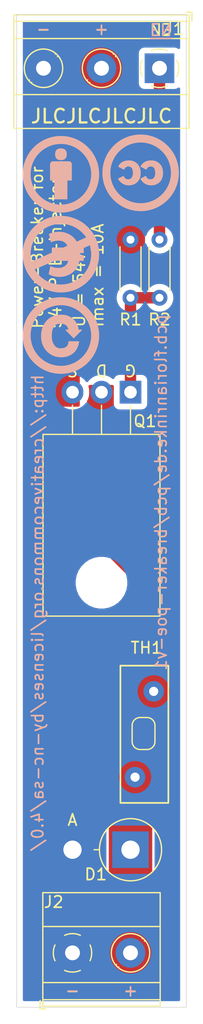
<source format=kicad_pcb>
(kicad_pcb (version 20171130) (host pcbnew 5.1.10)

  (general
    (thickness 1.6)
    (drawings 22)
    (tracks 18)
    (zones 0)
    (modules 12)
    (nets 7)
  )

  (page A4)
  (title_block
    (title "PoE-Breaker HighSide 2Layer")
    (date 2021-07-04)
    (rev 1)
    (company "Florian Rinke")
    (comment 1 pcb.florianrinke.de/pcb/breaker-poe-v1)
    (comment 2 "Attribution-NonCommercial-ShareAlike 4.0 International")
    (comment 3 http://creativecommons.org/licenses/by-nc-sa/4.0/)
  )

  (layers
    (0 F.Cu signal)
    (31 B.Cu signal)
    (32 B.Adhes user)
    (33 F.Adhes user)
    (34 B.Paste user)
    (35 F.Paste user)
    (36 B.SilkS user)
    (37 F.SilkS user)
    (38 B.Mask user)
    (39 F.Mask user)
    (40 Dwgs.User user)
    (41 Cmts.User user)
    (42 Eco1.User user)
    (43 Eco2.User user)
    (44 Edge.Cuts user)
    (45 Margin user)
    (46 B.CrtYd user)
    (47 F.CrtYd user)
    (48 B.Fab user)
    (49 F.Fab user)
  )

  (setup
    (last_trace_width 0.25)
    (user_trace_width 1)
    (trace_clearance 0.2)
    (zone_clearance 0.508)
    (zone_45_only no)
    (trace_min 0.2)
    (via_size 0.8)
    (via_drill 0.4)
    (via_min_size 0.4)
    (via_min_drill 0.3)
    (uvia_size 0.3)
    (uvia_drill 0.1)
    (uvias_allowed no)
    (uvia_min_size 0.2)
    (uvia_min_drill 0.1)
    (edge_width 0.05)
    (segment_width 0.2)
    (pcb_text_width 0.3)
    (pcb_text_size 1.5 1.5)
    (mod_edge_width 0.12)
    (mod_text_size 1 1)
    (mod_text_width 0.15)
    (pad_size 1.524 1.524)
    (pad_drill 0.762)
    (pad_to_mask_clearance 0)
    (aux_axis_origin 0 0)
    (visible_elements FFFFFF7F)
    (pcbplotparams
      (layerselection 0x010fc_ffffffff)
      (usegerberextensions true)
      (usegerberattributes true)
      (usegerberadvancedattributes true)
      (creategerberjobfile true)
      (excludeedgelayer true)
      (linewidth 0.100000)
      (plotframeref false)
      (viasonmask false)
      (mode 1)
      (useauxorigin false)
      (hpglpennumber 1)
      (hpglpenspeed 20)
      (hpglpendiameter 15.000000)
      (psnegative false)
      (psa4output false)
      (plotreference true)
      (plotvalue true)
      (plotinvisibletext false)
      (padsonsilk false)
      (subtractmaskfromsilk true)
      (outputformat 1)
      (mirror false)
      (drillshape 0)
      (scaleselection 1)
      (outputdirectory "gerber/"))
  )

  (net 0 "")
  (net 1 GND)
  (net 2 +48V)
  (net 3 /Vout)
  (net 4 /nEN)
  (net 5 /Gate)
  (net 6 "Net-(JP1-Pad1)")

  (net_class Default "This is the default net class."
    (clearance 0.2)
    (trace_width 0.25)
    (via_dia 0.8)
    (via_drill 0.4)
    (uvia_dia 0.3)
    (uvia_drill 0.1)
    (add_net +48V)
    (add_net /Gate)
    (add_net /Vout)
    (add_net /nEN)
    (add_net GND)
    (add_net "Net-(JP1-Pad1)")
  )

  (module Diode_THT:D_DO-201AD_P5.08mm_Vertical_AnodeUp (layer F.Cu) (tedit 5AE50CD5) (tstamp 60E106C6)
    (at 152.4 131.445 180)
    (descr "Diode, DO-201AD series, Axial, Vertical, pin pitch=5.08mm, , length*diameter=9.5*5.2mm^2, , http://www.diodes.com/_files/packages/DO-201AD.pdf")
    (tags "Diode DO-201AD series Axial Vertical pin pitch 5.08mm  length 9.5mm diameter 5.2mm")
    (path /60E2018E)
    (fp_text reference D1 (at 3.048 -2.159) (layer F.SilkS)
      (effects (font (size 1 1) (thickness 0.15)))
    )
    (fp_text value 1N5404 (at 2.54 5.498) (layer F.Fab) hide
      (effects (font (size 1 1) (thickness 0.15)))
    )
    (fp_circle (center 0 0) (end 2.6 0) (layer F.Fab) (width 0.1))
    (fp_circle (center 0 0) (end 2.72 0) (layer F.SilkS) (width 0.12))
    (fp_line (start 0 0) (end 5.08 0) (layer F.Fab) (width 0.1))
    (fp_line (start 2.72 0) (end 3.18 0) (layer F.SilkS) (width 0.12))
    (fp_line (start -2.85 -2.85) (end -2.85 2.85) (layer F.CrtYd) (width 0.05))
    (fp_line (start -2.85 2.85) (end 6.93 2.85) (layer F.CrtYd) (width 0.05))
    (fp_line (start 6.93 2.85) (end 6.93 -2.85) (layer F.CrtYd) (width 0.05))
    (fp_line (start 6.93 -2.85) (end -2.85 -2.85) (layer F.CrtYd) (width 0.05))
    (fp_text user A (at 5.08 2.6) (layer F.SilkS)
      (effects (font (size 1 1) (thickness 0.15)))
    )
    (fp_text user A (at 5.08 2.6) (layer F.Fab)
      (effects (font (size 1 1) (thickness 0.15)))
    )
    (fp_text user %R (at 3.048 -2.159) (layer F.Fab)
      (effects (font (size 1 1) (thickness 0.15)))
    )
    (pad 2 thru_hole oval (at 5.08 0 180) (size 3.2 3.2) (drill 1.6) (layers *.Cu *.Mask)
      (net 1 GND))
    (pad 1 thru_hole rect (at 0 0 180) (size 3.2 3.2) (drill 1.6) (layers *.Cu *.Mask)
      (net 3 /Vout))
    (model ${KISYS3DMOD}/Diode_THT.3dshapes/D_DO-201AD_P5.08mm_Vertical_AnodeUp.wrl
      (at (xyz 0 0 0))
      (scale (xyz 1 1 1))
      (rotate (xyz 0 0 0))
    )
  )

  (module _FR:Symbol_CC_SA_Silk locked (layer B.Cu) (tedit 5F7A472F) (tstamp 60E1800C)
    (at 146.304 86.487 180)
    (attr virtual)
    (fp_text reference REF** (at 0 -4) (layer B.Fab) hide
      (effects (font (size 1 1) (thickness 0.15)) (justify mirror))
    )
    (fp_text value Symbol_CC_SA_Silk (at 0.05 4) (layer B.Fab) hide
      (effects (font (size 1 1) (thickness 0.15)) (justify mirror))
    )
    (fp_circle (center 0 0) (end 3 0) (layer B.SilkS) (width 0.7))
    (fp_curve (pts (xy 1.7 -0.05) (xy 1.7 -0.570171) (xy 1.536699 -1.0025) (xy 1.210309 -1.347093)) (layer B.SilkS) (width 0.08))
    (fp_curve (pts (xy 0.617642 -0.848301) (xy 0.762951 -0.642773) (xy 0.835553 -0.368453) (xy 0.835553 -0.02587)) (layer B.SilkS) (width 0.08))
    (fp_curve (pts (xy 1.210309 -1.347093) (xy 0.883496 -1.691687) (xy 0.460374 -1.864195) (xy -0.059903 -1.864195)) (layer B.SilkS) (width 0.08))
    (fp_line (start -0.45265 0.476203) (end -1.123845 -0.195097) (layer B.SilkS) (width 0.08))
    (fp_curve (pts (xy 0.636057 0.793597) (xy 0.502919 0.981028) (xy 0.311572 1.074797) (xy 0.061382 1.074797)) (layer B.SilkS) (width 0.08))
    (fp_curve (pts (xy -0.059903 -1.864195) (xy -0.442914 -1.864195) (xy -0.773537 -1.749366) (xy -1.051667 -1.519496)) (layer B.SilkS) (width 0.08))
    (fp_line (start -1.553634 -0.539797) (end -0.700724 -0.539797) (layer B.SilkS) (width 0.08))
    (fp_line (start -0.700618 0.476203) (end -0.45265 0.476203) (layer B.SilkS) (width 0.08))
    (fp_curve (pts (xy 1.2283 1.268366) (xy 1.542731 0.925677) (xy 1.7 0.486152) (xy 1.7 -0.05)) (layer B.SilkS) (width 0.08))
    (fp_line (start -1.123845 -0.195097) (end -1.795146 0.476203) (layer B.SilkS) (width 0.08))
    (fp_curve (pts (xy 0.043179 -1.156699) (xy 0.28088 -1.156699) (xy 0.472545 -1.053829) (xy 0.617642 -0.848301)) (layer B.SilkS) (width 0.08))
    (fp_curve (pts (xy 0.835553 -0.02587) (xy 0.835553 0.333011) (xy 0.768984 0.606061) (xy 0.636057 0.793597)) (layer B.SilkS) (width 0.08))
    (fp_curve (pts (xy -1.051667 -1.519496) (xy -1.329903 -1.289626) (xy -1.49712 -0.96313) (xy -1.553634 -0.539797)) (layer B.SilkS) (width 0.08))
    (fp_line (start -1.795146 0.476203) (end -1.529293 0.476097) (layer B.SilkS) (width 0.08))
    (fp_curve (pts (xy 0.061382 1.074797) (xy -0.390314 1.074797) (xy -0.644209 0.875301) (xy -0.700618 0.476203)) (layer B.SilkS) (width 0.08))
    (fp_curve (pts (xy -1.529293 0.476097) (xy -1.46484 0.891387) (xy -1.297624 1.212909) (xy -1.027431 1.440663)) (layer B.SilkS) (width 0.08))
    (fp_curve (pts (xy -0.700724 -0.539797) (xy -0.680615 -0.951065) (xy -0.432648 -1.156699) (xy 0.043179 -1.156699)) (layer B.SilkS) (width 0.08))
    (fp_curve (pts (xy -0.0417 1.782293) (xy 0.490324 1.782293) (xy 0.91387 1.610843) (xy 1.2283 1.268366)) (layer B.SilkS) (width 0.08))
    (fp_curve (pts (xy -1.027431 1.440663) (xy -0.757344 1.668416) (xy -0.428838 1.782293) (xy -0.0417 1.782293)) (layer B.SilkS) (width 0.08))
    (fp_poly (pts (xy 0.65 1.65) (xy 0.95 1.45) (xy 1.3 1.05) (xy 1.55 0.6)
      (xy 1.65 0.3) (xy 1.65 0) (xy 1.65 -0.4) (xy 1.5 -0.9)
      (xy 1.3 -1.2) (xy 1.1 -1.4) (xy 0.8 -1.65) (xy 0.4 -1.8)
      (xy 0.1 -1.85) (xy -0.2 -1.85) (xy -0.575 -1.75) (xy -0.9 -1.6)
      (xy -1.15 -1.4) (xy -1.35 -1.1) (xy -1.5 -0.6) (xy -0.75 -0.6)
      (xy -0.75 -0.75) (xy -0.6 -1) (xy -0.3 -1.2) (xy 0.2 -1.2)
      (xy 0.6 -1) (xy 0.85 -0.55) (xy 0.9 0) (xy 0.85 0.55)
      (xy 0.65 0.9) (xy 0.25 1.1) (xy -0.25 1.1) (xy -0.6 0.9)
      (xy -0.8 0.45) (xy -0.55 0.45) (xy -1.1 -0.1) (xy -1.7 0.45)
      (xy -1.5 0.45) (xy -1.4 0.8) (xy -1.25 1.15) (xy -0.9 1.5)
      (xy -0.3 1.75) (xy 0.3 1.7)) (layer B.SilkS) (width 0.1))
  )

  (module _FR:Symbol_CC_NC_Silk locked (layer B.Cu) (tedit 5F7A471F) (tstamp 60E17F4B)
    (at 146.304 79.375 180)
    (attr virtual)
    (fp_text reference REF** (at 0 -4) (layer B.SilkS) hide
      (effects (font (size 1 1) (thickness 0.15)) (justify mirror))
    )
    (fp_text value Symbol_CC_NC_Silk (at 0.05 4) (layer B.Fab) hide
      (effects (font (size 1 1) (thickness 0.15)) (justify mirror))
    )
    (fp_poly (pts (xy 0.55 -0.5) (xy -0.75 -0.5) (xy -0.7 -0.75) (xy -0.45 -1.1)
      (xy -0.2 -1.2) (xy 0.15 -1.3) (xy 0.45 -1.3) (xy 0.85 -1.15)
      (xy 0.95 -1.7) (xy 0.7 -1.8) (xy 0.25 -1.9) (xy -0.15 -1.85)
      (xy -0.55 -1.75) (xy -0.95 -1.55) (xy -1.25 -1.2) (xy -1.45 -0.9)
      (xy -1.55 -0.5) (xy -1.9 -0.5) (xy -1.9 -0.2) (xy -1.6 -0.2)
      (xy -1.6 0.2) (xy -1.9 0.2) (xy -1.9 0.5) (xy -1.85 0.5)) (layer B.SilkS) (width 0.1))
    (fp_poly (pts (xy 0.6 1.8) (xy 0.95 1.7) (xy 0.8 1.15) (xy 0.4 1.3)
      (xy -0.1 1.25) (xy -0.45 1.05) (xy -0.7 0.75) (xy -1.3 1)
      (xy -1.2 1.25) (xy -0.95 1.45) (xy -0.5 1.75) (xy 0.05 1.85)) (layer B.SilkS) (width 0.1))
    (fp_poly (pts (xy 0.750899 0.133914) (xy -0.25 0.5) (xy 0.75 0.5)) (layer B.SilkS) (width 0.1))
    (fp_poly (pts (xy 2.75 -0.85) (xy 2.55 -1.35) (xy -2.9 1) (xy -2.6 1.55)) (layer B.SilkS) (width 0.1))
    (fp_line (start -2.85 0.95) (end -1.896848 0.541953) (layer B.SilkS) (width 0.08))
    (fp_line (start -0.692013 -0.544683) (end 0.557672 -0.544683) (layer B.SilkS) (width 0.08))
    (fp_line (start -1.6462 -0.136645) (end -1.962445 -0.136645) (layer B.SilkS) (width 0.08))
    (fp_line (start 0.750899 0.541953) (end -0.222359 0.541953) (layer B.SilkS) (width 0.08))
    (fp_line (start -0.222359 0.541953) (end -0.617823 0.716947) (layer B.SilkS) (width 0.08))
    (fp_line (start -1.962445 -0.136645) (end -1.962445 -0.544683) (layer B.SilkS) (width 0.08))
    (fp_line (start 0.750899 0.133914) (end 0.750899 0.541953) (layer B.SilkS) (width 0.08))
    (fp_line (start -1.962445 0.541953) (end -1.962445 0.133705) (layer B.SilkS) (width 0.08))
    (fp_curve (pts (xy 1.009512 1.743436) (xy 0.80242 1.835179) (xy 0.497882 1.915705) (xy 0.147328 1.915705)) (layer B.SilkS) (width 0.08))
    (fp_line (start -1.962445 -0.544683) (end -1.588986 -0.544683) (layer B.SilkS) (width 0.08))
    (fp_line (start -1.373544 1.051635) (end -2.6 1.6) (layer B.SilkS) (width 0.08))
    (fp_curve (pts (xy -1.640331 0.133705) (xy -1.640331 0.075977) (xy -1.6462 0.018632) (xy -1.6462 -0.038774)) (layer B.SilkS) (width 0.08))
    (fp_curve (pts (xy 0.239121 -1.240257) (xy -0.048447 -1.240257) (xy -0.318327 -1.154049) (xy -0.502349 -0.947064)) (layer B.SilkS) (width 0.08))
    (fp_line (start -1.962445 0.133705) (end -1.640331 0.133705) (layer B.SilkS) (width 0.08))
    (fp_curve (pts (xy -0.502349 -0.947064) (xy -0.588512 -0.84942) (xy -0.651775 -0.71701) (xy -0.692013 -0.544683)) (layer B.SilkS) (width 0.08))
    (fp_line (start 0.557672 -0.544683) (end 2.45 -1.35) (layer B.SilkS) (width 0.08))
    (fp_line (start 0.699554 0.133914) (end 0.750899 0.133914) (layer B.SilkS) (width 0.08))
    (fp_line (start 0.84856 1.088101) (end 1.009512 1.743436) (layer B.SilkS) (width 0.08))
    (fp_line (start -1.6462 -0.038774) (end -1.6462 -0.136645) (layer B.SilkS) (width 0.08))
    (fp_curve (pts (xy -0.617823 0.716947) (xy -0.583809 0.793453) (xy -0.543479 0.861869) (xy -0.496481 0.915413)) (layer B.SilkS) (width 0.08))
    (fp_curve (pts (xy 0.894037 -1.091041) (xy 0.773323 -1.154241) (xy 0.503404 -1.240257) (xy 0.239121 -1.240257)) (layer B.SilkS) (width 0.08))
    (fp_curve (pts (xy -1.267082 -1.292021) (xy -0.945177 -1.717472) (xy -0.427634 -1.947147) (xy 0.135592 -1.947147)) (layer B.SilkS) (width 0.08))
    (fp_line (start 1.032146 -1.728772) (end 0.894037 -1.091041) (layer B.SilkS) (width 0.08))
    (fp_curve (pts (xy -0.496481 0.915413) (xy -0.318253 1.134201) (xy -0.06536 1.226) (xy 0.210619 1.226)) (layer B.SilkS) (width 0.08))
    (fp_curve (pts (xy 0.135592 -1.947147) (xy 0.503636 -1.947147) (xy 0.836428 -1.838112) (xy 1.032146 -1.728772)) (layer B.SilkS) (width 0.08))
    (fp_curve (pts (xy 0.147328 1.915705) (xy -0.392935 1.915705) (xy -0.852829 1.697359) (xy -1.180528 1.329529)) (layer B.SilkS) (width 0.08))
    (fp_line (start 0.147328 1.915705) (end 0.147328 1.915705) (layer B.SilkS) (width 0.08))
    (fp_curve (pts (xy -1.180528 1.329529) (xy -1.253278 1.245512) (xy -1.316352 1.151319) (xy -1.373544 1.051635)) (layer B.SilkS) (width 0.08))
    (fp_line (start -1.896848 0.541953) (end -1.962445 0.541953) (layer B.SilkS) (width 0.08))
    (fp_curve (pts (xy -1.588986 -0.544683) (xy -1.537159 -0.84942) (xy -1.422132 -1.096625) (xy -1.267082 -1.292021)) (layer B.SilkS) (width 0.08))
    (fp_line (start 2.7 -0.75) (end 0.699554 0.133914) (layer B.SilkS) (width 0.08))
    (fp_curve (pts (xy 0.210619 1.226) (xy 0.463529 1.226) (xy 0.699196 1.151301) (xy 0.84856 1.088101)) (layer B.SilkS) (width 0.08))
    (fp_circle (center 0 0) (end 3 0) (layer B.SilkS) (width 0.7))
  )

  (module _FR:Symbol_CC_By_Silk locked (layer B.Cu) (tedit 5F7A4710) (tstamp 60E17E8A)
    (at 146.304 72.39 180)
    (attr virtual)
    (fp_text reference REF** (at 0 -4) (layer B.Fab) hide
      (effects (font (size 1 1) (thickness 0.15)) (justify mirror))
    )
    (fp_text value Symbol_CC_By_Silk (at 0.05 4) (layer B.Fab) hide
      (effects (font (size 1 1) (thickness 0.15)) (justify mirror))
    )
    (fp_circle (center 0 0) (end 3 0) (layer B.SilkS) (width 0.7))
    (fp_line (start -0.475 1.75) (end -0.475 1.75) (layer B.SilkS) (width 0.08))
    (fp_curve (pts (xy -0.003195 1.278301) (xy -0.317626 1.278301) (xy -0.475 1.435569) (xy -0.475 1.75)) (layer B.SilkS) (width 0.08))
    (fp_curve (pts (xy 0.468504 1.75) (xy 0.468504 1.435569) (xy 0.311236 1.278301) (xy -0.003195 1.278301)) (layer B.SilkS) (width 0.08))
    (fp_curve (pts (xy -0.003195 2.227731) (xy 0.311448 2.227731) (xy 0.468504 2.068558) (xy 0.468504 1.75)) (layer B.SilkS) (width 0.08))
    (fp_line (start -0.529292 -2.150487) (end -0.529292 -0.505732) (layer B.SilkS) (width 0.08))
    (fp_curve (pts (xy -0.475 1.75) (xy -0.475 2.068347) (xy -0.317837 2.227731) (xy -0.003195 2.227731)) (layer B.SilkS) (width 0.08))
    (fp_curve (pts (xy 0.843578 1.033402) (xy 0.88771 0.991069) (xy 0.910041 0.939634) (xy 0.910041 0.879203)) (layer B.SilkS) (width 0.08))
    (fp_line (start 0.910041 -0.505626) (end 0.523114 -0.505626) (layer B.SilkS) (width 0.08))
    (fp_line (start 0.523114 -2.150487) (end -0.529292 -2.150487) (layer B.SilkS) (width 0.08))
    (fp_line (start -0.916219 -0.505732) (end -0.916219 0.879203) (layer B.SilkS) (width 0.08))
    (fp_line (start -0.698626 1.096902) (end 0.692448 1.096902) (layer B.SilkS) (width 0.08))
    (fp_curve (pts (xy -0.852825 1.033402) (xy -0.810386 1.07563) (xy -0.75895 1.096902) (xy -0.698626 1.096902)) (layer B.SilkS) (width 0.08))
    (fp_line (start 0.910041 0.879203) (end 0.910041 0.879203) (layer B.SilkS) (width 0.08))
    (fp_line (start 0.910041 0.879203) (end 0.910041 -0.505626) (layer B.SilkS) (width 0.08))
    (fp_curve (pts (xy 0.692448 1.096902) (xy 0.748857 1.096902) (xy 0.799339 1.075736) (xy 0.843578 1.033402)) (layer B.SilkS) (width 0.08))
    (fp_line (start -0.529292 -0.505732) (end -0.916219 -0.505732) (layer B.SilkS) (width 0.08))
    (fp_line (start 0.523114 -0.505626) (end 0.523114 -2.150487) (layer B.SilkS) (width 0.08))
    (fp_curve (pts (xy -0.916219 0.879203) (xy -0.916219 0.93974) (xy -0.895052 0.991069) (xy -0.852825 1.033402)) (layer B.SilkS) (width 0.08))
    (fp_poly (pts (xy 0.325 2.1) (xy 0.45 1.75) (xy 0.35 1.425) (xy 0 1.3)
      (xy -0.35 1.425) (xy -0.45 1.75) (xy -0.325 2.1) (xy 0 2.2)) (layer B.SilkS) (width 0.1))
    (fp_poly (pts (xy 0.875 0.9) (xy 0.875 -0.475) (xy 0.5 -0.475) (xy 0.5 -2.125)
      (xy -0.5 -2.125) (xy -0.5 -0.475) (xy -0.875 -0.475) (xy -0.875 0.875)
      (xy -0.75 1.075) (xy 0.75 1.075)) (layer B.SilkS) (width 0.1))
  )

  (module _FR:Symbol_CC_Logo_Silk locked (layer B.Cu) (tedit 5F7A480F) (tstamp 60E17DCF)
    (at 153.289 72.263 180)
    (attr virtual)
    (fp_text reference REF** (at 0 -4) (layer B.SilkS) hide
      (effects (font (size 1 1) (thickness 0.15)) (justify mirror))
    )
    (fp_text value Symbol_CC_Logo_Silk (at 0.05 4) (layer B.Fab) hide
      (effects (font (size 1 1) (thickness 0.15)) (justify mirror))
    )
    (fp_circle (center 0 0) (end 3 0) (layer B.SilkS) (width 0.7))
    (fp_line (start -0.03 0.56) (end -0.03 0.56) (layer B.SilkS) (width 0.08))
    (fp_curve (pts (xy -1.641842 0.765422) (xy -1.454411 0.954864) (xy -1.217556 1.04969) (xy -0.931171 1.04969)) (layer B.SilkS) (width 0.08))
    (fp_curve (pts (xy 1.046431 -1.054806) (xy 0.739937 -1.054806) (xy 0.495145 -0.962201) (xy 0.311842 -0.77657)) (layer B.SilkS) (width 0.08))
    (fp_curve (pts (xy -1.644911 -0.77657) (xy -1.830331 -0.59115) (xy -1.923041 -0.333128) (xy -1.923041 -0.002611)) (layer B.SilkS) (width 0.08))
    (fp_line (start 1.923366 0.56) (end 1.475797 0.324097) (layer B.SilkS) (width 0.08))
    (fp_curve (pts (xy 0.756024 -0.437797) (xy 0.832542 -0.5467) (xy 0.94536 -0.601204) (xy 1.094797 -0.601204)) (layer B.SilkS) (width 0.08))
    (fp_curve (pts (xy -0.393008 -0.912671) (xy -0.550065 -1.007498) (xy -0.723526 -1.054806) (xy -0.913073 -1.054806)) (layer B.SilkS) (width 0.08))
    (fp_curve (pts (xy 1.094797 -0.601204) (xy 1.292176 -0.601204) (xy 1.431347 -0.504366) (xy 1.511886 -0.310903)) (layer B.SilkS) (width 0.08))
    (fp_curve (pts (xy -0.024073 -0.52257) (xy -0.112762 -0.687987) (xy -0.23574 -0.81795) (xy -0.393008 -0.912671)) (layer B.SilkS) (width 0.08))
    (fp_curve (pts (xy -1.312277 -0.002505) (xy -1.312277 -0.183903) (xy -1.273965 -0.328895) (xy -1.197447 -0.437797)) (layer B.SilkS) (width 0.08))
    (fp_curve (pts (xy 0.317768 0.765422) (xy 0.505093 0.954864) (xy 0.741948 1.04969) (xy 1.028227 1.04969)) (layer B.SilkS) (width 0.08))
    (fp_curve (pts (xy 1.028227 1.04969) (xy 1.447539 1.049902) (xy 1.746095 0.886601) (xy 1.923366 0.56)) (layer B.SilkS) (width 0.08))
    (fp_line (start -0.03 0.56) (end -0.483707 0.324097) (layer B.SilkS) (width 0.08))
    (fp_curve (pts (xy 0.036463 -0.002611) (xy 0.036463 0.31997) (xy 0.130126 0.575874) (xy 0.317768 0.765422)) (layer B.SilkS) (width 0.08))
    (fp_curve (pts (xy -0.858675 0.596194) (xy -1.160935 0.596194) (xy -1.312277 0.396698) (xy -1.312277 -0.002505)) (layer B.SilkS) (width 0.08))
    (fp_curve (pts (xy 1.094797 0.596194) (xy 0.792431 0.596194) (xy 0.641089 0.396698) (xy 0.641089 -0.002505)) (layer B.SilkS) (width 0.08))
    (fp_curve (pts (xy 1.475797 0.324097) (xy 1.427431 0.424744) (xy 1.367847 0.495441) (xy 1.297362 0.535764)) (layer B.SilkS) (width 0.08))
    (fp_line (start -0.441268 -0.310903) (end -0.024073 -0.52257) (layer B.SilkS) (width 0.08))
    (fp_curve (pts (xy -0.913073 -1.054806) (xy -1.215439 -1.054806) (xy -1.459491 -0.962201) (xy -1.644911 -0.77657)) (layer B.SilkS) (width 0.08))
    (fp_line (start 1.511886 -0.310903) (end 1.935219 -0.52257) (layer B.SilkS) (width 0.08))
    (fp_curve (pts (xy 1.935219 -0.52257) (xy 1.842615 -0.687987) (xy 1.71752 -0.81795) (xy 1.560463 -0.912671)) (layer B.SilkS) (width 0.08))
    (fp_curve (pts (xy -0.931171 1.04969) (xy -0.511754 1.049902) (xy -0.211504 0.886601) (xy -0.03 0.56)) (layer B.SilkS) (width 0.08))
    (fp_curve (pts (xy -0.858675 -0.601204) (xy -0.661084 -0.601204) (xy -0.52202 -0.504366) (xy -0.441268 -0.310903)) (layer B.SilkS) (width 0.08))
    (fp_curve (pts (xy 0.641089 -0.002505) (xy 0.641089 -0.183903) (xy 0.679507 -0.328895) (xy 0.756024 -0.437797)) (layer B.SilkS) (width 0.08))
    (fp_curve (pts (xy -0.483707 0.324097) (xy -0.532179 0.424744) (xy -0.591552 0.495441) (xy -0.662037 0.535764)) (layer B.SilkS) (width 0.08))
    (fp_curve (pts (xy -1.923041 -0.002611) (xy -1.923041 0.31997) (xy -1.829273 0.575874) (xy -1.641842 0.765422)) (layer B.SilkS) (width 0.08))
    (fp_curve (pts (xy -1.197447 -0.437797) (xy -1.120824 -0.5467) (xy -1.0079 -0.601204) (xy -0.858675 -0.601204)) (layer B.SilkS) (width 0.08))
    (fp_curve (pts (xy 1.297362 0.535764) (xy 1.226665 0.57598) (xy 1.159037 0.596194) (xy 1.094797 0.596194)) (layer B.SilkS) (width 0.08))
    (fp_curve (pts (xy 1.560463 -0.912671) (xy 1.403195 -1.007498) (xy 1.231851 -1.054806) (xy 1.046431 -1.054806)) (layer B.SilkS) (width 0.08))
    (fp_line (start 1.923366 0.56) (end 1.923366 0.56) (layer B.SilkS) (width 0.08))
    (fp_curve (pts (xy -0.662037 0.535764) (xy -0.732627 0.57598) (xy -0.798138 0.596194) (xy -0.858675 0.596194)) (layer B.SilkS) (width 0.08))
    (fp_curve (pts (xy 0.311842 -0.77657) (xy 0.128115 -0.59115) (xy 0.036463 -0.333128) (xy 0.036463 -0.002611)) (layer B.SilkS) (width 0.08))
    (fp_poly (pts (xy -0.63 1) (xy -0.27 0.82) (xy -0.06 0.56) (xy -0.47 0.36)
      (xy -0.57 0.5) (xy -0.73 0.6) (xy -0.99 0.67) (xy -1.25 0.53)
      (xy -1.37 0.17) (xy -1.37 -0.14) (xy -1.24 -0.51) (xy -0.97 -0.65)
      (xy -0.63 -0.62) (xy -0.41 -0.38) (xy -0.1 -0.53) (xy -0.23 -0.73)
      (xy -0.55 -0.94) (xy -0.93 -1) (xy -1.34 -0.92) (xy -1.7 -0.64)
      (xy -1.85 -0.28) (xy -1.87 0.18) (xy -1.71 0.63) (xy -1.39 0.91)
      (xy -1.05 1.02)) (layer B.SilkS) (width 0.1))
    (fp_poly (pts (xy 1.33 1) (xy 1.69 0.82) (xy 1.9 0.56) (xy 1.49 0.36)
      (xy 1.39 0.5) (xy 1.23 0.6) (xy 0.97 0.67) (xy 0.71 0.53)
      (xy 0.59 0.17) (xy 0.59 -0.14) (xy 0.72 -0.51) (xy 0.99 -0.65)
      (xy 1.33 -0.62) (xy 1.55 -0.38) (xy 1.86 -0.53) (xy 1.73 -0.73)
      (xy 1.41 -0.94) (xy 1.03 -1) (xy 0.62 -0.92) (xy 0.26 -0.64)
      (xy 0.11 -0.28) (xy 0.09 0.18) (xy 0.25 0.63) (xy 0.57 0.91)
      (xy 0.91 1.02)) (layer B.SilkS) (width 0.1))
  )

  (module Jumper:SolderJumper-2_P1.3mm_Bridged2Bar_RoundedPad1.0x1.5mm (layer F.Cu) (tedit 5C74525F) (tstamp 60E11C06)
    (at 153.543 121.285 270)
    (descr "SMD Solder Jumper, 1x1.5mm, rounded Pads, 0.3mm gap, bridged with 2 copper strips")
    (tags "solder jumper open")
    (path /60E2BEA7)
    (attr virtual)
    (fp_text reference JP1 (at 0 -1.8 90) (layer F.Fab)
      (effects (font (size 1 1) (thickness 0.15)))
    )
    (fp_text value Bypass (at 0 1.9 90) (layer F.Fab) hide
      (effects (font (size 1 1) (thickness 0.15)))
    )
    (fp_line (start -1.4 0.3) (end -1.4 -0.3) (layer F.SilkS) (width 0.12))
    (fp_line (start 0.7 1) (end -0.7 1) (layer F.SilkS) (width 0.12))
    (fp_line (start 1.4 -0.3) (end 1.4 0.3) (layer F.SilkS) (width 0.12))
    (fp_line (start -0.7 -1) (end 0.7 -1) (layer F.SilkS) (width 0.12))
    (fp_line (start -1.65 -1.25) (end 1.65 -1.25) (layer F.CrtYd) (width 0.05))
    (fp_line (start -1.65 -1.25) (end -1.65 1.25) (layer F.CrtYd) (width 0.05))
    (fp_line (start 1.65 1.25) (end 1.65 -1.25) (layer F.CrtYd) (width 0.05))
    (fp_line (start 1.65 1.25) (end -1.65 1.25) (layer F.CrtYd) (width 0.05))
    (fp_poly (pts (xy -0.25 0.2) (xy 0.25 0.2) (xy 0.25 0.6) (xy -0.25 0.6)) (layer F.Cu) (width 0))
    (fp_poly (pts (xy -0.25 -0.6) (xy 0.25 -0.6) (xy 0.25 -0.2) (xy -0.25 -0.2)) (layer F.Cu) (width 0))
    (fp_arc (start -0.7 -0.3) (end -0.7 -1) (angle -90) (layer F.SilkS) (width 0.12))
    (fp_arc (start -0.7 0.3) (end -1.4 0.3) (angle -90) (layer F.SilkS) (width 0.12))
    (fp_arc (start 0.7 0.3) (end 0.7 1) (angle -90) (layer F.SilkS) (width 0.12))
    (fp_arc (start 0.7 -0.3) (end 1.4 -0.3) (angle -90) (layer F.SilkS) (width 0.12))
    (pad 1 smd custom (at -0.65 0 270) (size 1 0.5) (layers F.Cu F.Mask)
      (net 6 "Net-(JP1-Pad1)") (zone_connect 2)
      (options (clearance outline) (anchor rect))
      (primitives
        (gr_circle (center 0 0.25) (end 0.5 0.25) (width 0))
        (gr_circle (center 0 -0.25) (end 0.5 -0.25) (width 0))
        (gr_poly (pts
           (xy 0.5 0.75) (xy 0.5 -0.75) (xy 0 -0.75) (xy 0 0.75)) (width 0))
      ))
    (pad 2 smd custom (at 0.65 0 270) (size 1 0.5) (layers F.Cu F.Mask)
      (net 3 /Vout) (zone_connect 2)
      (options (clearance outline) (anchor rect))
      (primitives
        (gr_circle (center 0 0.25) (end 0.5 0.25) (width 0))
        (gr_circle (center 0 -0.25) (end 0.5 -0.25) (width 0))
        (gr_poly (pts
           (xy -0.5 0.75) (xy -0.5 -0.75) (xy 0 -0.75) (xy 0 0.75)) (width 0))
      ))
  )

  (module Varistor:RV_Disc_D12mm_W4.2mm_P7.5mm (layer F.Cu) (tedit 5A0F68FD) (tstamp 60E0FB0A)
    (at 154.432 117.602 270)
    (descr "Varistor, diameter 12mm, width 4.2mm, pitch 7.5mm")
    (tags "varistor SIOV")
    (path /60E1DFDE)
    (fp_text reference TH1 (at -3.81 0.635 180) (layer F.SilkS)
      (effects (font (size 1 1) (thickness 0.15)))
    )
    (fp_text value Thermistor_NTC (at 3.75 -2.28333 90) (layer F.Fab)
      (effects (font (size 1 1) (thickness 0.15)))
    )
    (fp_line (start -2.25 -1.28333) (end -2.25 2.91667) (layer F.Fab) (width 0.1))
    (fp_line (start 9.75 -1.28333) (end 9.75 2.91667) (layer F.Fab) (width 0.1))
    (fp_line (start -2.25 -1.28333) (end 9.75 -1.28333) (layer F.Fab) (width 0.1))
    (fp_line (start -2.25 2.91667) (end 9.75 2.91667) (layer F.Fab) (width 0.1))
    (fp_line (start -2.25 -1.28333) (end -2.25 2.91667) (layer F.SilkS) (width 0.15))
    (fp_line (start 9.75 -1.28333) (end 9.75 2.91667) (layer F.SilkS) (width 0.15))
    (fp_line (start -2.25 -1.28333) (end 9.75 -1.28333) (layer F.SilkS) (width 0.15))
    (fp_line (start -2.25 2.91667) (end 9.75 2.91667) (layer F.SilkS) (width 0.15))
    (fp_line (start -2.5 -1.53) (end -2.5 3.17) (layer F.CrtYd) (width 0.05))
    (fp_line (start 10 -1.53) (end 10 3.17) (layer F.CrtYd) (width 0.05))
    (fp_line (start -2.5 -1.53) (end 10 -1.53) (layer F.CrtYd) (width 0.05))
    (fp_line (start -2.5 3.17) (end 10 3.17) (layer F.CrtYd) (width 0.05))
    (fp_text user %R (at 3.75 0.817 90) (layer F.Fab)
      (effects (font (size 1 1) (thickness 0.15)))
    )
    (pad 2 thru_hole circle (at 7.5 1.63333 270) (size 1.8 1.8) (drill 0.8) (layers *.Cu *.Mask)
      (net 3 /Vout))
    (pad 1 thru_hole circle (at 0 0 270) (size 1.8 1.8) (drill 0.8) (layers *.Cu *.Mask)
      (net 6 "Net-(JP1-Pad1)"))
    (model ${KISYS3DMOD}/Varistor.3dshapes/RV_Disc_D12mm_W4.2mm_P7.5mm.wrl
      (at (xyz 0 0 0))
      (scale (xyz 1 1 1))
      (rotate (xyz 0 0 0))
    )
  )

  (module TerminalBlock_Phoenix:TerminalBlock_Phoenix_MKDS-1,5-3-5.08_1x03_P5.08mm_Horizontal (layer F.Cu) (tedit 5B294EBC) (tstamp 60E1307A)
    (at 154.94 63.119 180)
    (descr "Terminal Block Phoenix MKDS-1,5-3-5.08, 3 pins, pitch 5.08mm, size 15.2x9.8mm^2, drill diamater 1.3mm, pad diameter 2.6mm, see http://www.farnell.com/datasheets/100425.pdf, script-generated using https://github.com/pointhi/kicad-footprint-generator/scripts/TerminalBlock_Phoenix")
    (tags "THT Terminal Block Phoenix MKDS-1,5-3-5.08 pitch 5.08mm size 15.2x9.8mm^2 drill 1.3mm pad 2.6mm")
    (path /60E12FFF)
    (fp_text reference J1 (at -1.27 3.429) (layer F.SilkS)
      (effects (font (size 1 1) (thickness 0.15)))
    )
    (fp_text value Supply (at 5.08 5.66) (layer F.Fab) hide
      (effects (font (size 1 1) (thickness 0.15)))
    )
    (fp_circle (center 0 0) (end 1.5 0) (layer F.Fab) (width 0.1))
    (fp_circle (center 5.08 0) (end 6.58 0) (layer F.Fab) (width 0.1))
    (fp_circle (center 5.08 0) (end 6.76 0) (layer F.SilkS) (width 0.12))
    (fp_circle (center 10.16 0) (end 11.66 0) (layer F.Fab) (width 0.1))
    (fp_circle (center 10.16 0) (end 11.84 0) (layer F.SilkS) (width 0.12))
    (fp_line (start -2.54 -5.2) (end 12.7 -5.2) (layer F.Fab) (width 0.1))
    (fp_line (start 12.7 -5.2) (end 12.7 4.6) (layer F.Fab) (width 0.1))
    (fp_line (start 12.7 4.6) (end -2.04 4.6) (layer F.Fab) (width 0.1))
    (fp_line (start -2.04 4.6) (end -2.54 4.1) (layer F.Fab) (width 0.1))
    (fp_line (start -2.54 4.1) (end -2.54 -5.2) (layer F.Fab) (width 0.1))
    (fp_line (start -2.54 4.1) (end 12.7 4.1) (layer F.Fab) (width 0.1))
    (fp_line (start -2.6 4.1) (end 12.76 4.1) (layer F.SilkS) (width 0.12))
    (fp_line (start -2.54 2.6) (end 12.7 2.6) (layer F.Fab) (width 0.1))
    (fp_line (start -2.6 2.6) (end 12.76 2.6) (layer F.SilkS) (width 0.12))
    (fp_line (start -2.54 -2.3) (end 12.7 -2.3) (layer F.Fab) (width 0.1))
    (fp_line (start -2.6 -2.301) (end 12.76 -2.301) (layer F.SilkS) (width 0.12))
    (fp_line (start -2.6 -5.261) (end 12.76 -5.261) (layer F.SilkS) (width 0.12))
    (fp_line (start -2.6 4.66) (end 12.76 4.66) (layer F.SilkS) (width 0.12))
    (fp_line (start -2.6 -5.261) (end -2.6 4.66) (layer F.SilkS) (width 0.12))
    (fp_line (start 12.76 -5.261) (end 12.76 4.66) (layer F.SilkS) (width 0.12))
    (fp_line (start 1.138 -0.955) (end -0.955 1.138) (layer F.Fab) (width 0.1))
    (fp_line (start 0.955 -1.138) (end -1.138 0.955) (layer F.Fab) (width 0.1))
    (fp_line (start 6.218 -0.955) (end 4.126 1.138) (layer F.Fab) (width 0.1))
    (fp_line (start 6.035 -1.138) (end 3.943 0.955) (layer F.Fab) (width 0.1))
    (fp_line (start 6.355 -1.069) (end 6.308 -1.023) (layer F.SilkS) (width 0.12))
    (fp_line (start 4.046 1.239) (end 4.011 1.274) (layer F.SilkS) (width 0.12))
    (fp_line (start 6.15 -1.275) (end 6.115 -1.239) (layer F.SilkS) (width 0.12))
    (fp_line (start 3.853 1.023) (end 3.806 1.069) (layer F.SilkS) (width 0.12))
    (fp_line (start 11.298 -0.955) (end 9.206 1.138) (layer F.Fab) (width 0.1))
    (fp_line (start 11.115 -1.138) (end 9.023 0.955) (layer F.Fab) (width 0.1))
    (fp_line (start 11.435 -1.069) (end 11.388 -1.023) (layer F.SilkS) (width 0.12))
    (fp_line (start 9.126 1.239) (end 9.091 1.274) (layer F.SilkS) (width 0.12))
    (fp_line (start 11.23 -1.275) (end 11.195 -1.239) (layer F.SilkS) (width 0.12))
    (fp_line (start 8.933 1.023) (end 8.886 1.069) (layer F.SilkS) (width 0.12))
    (fp_line (start -2.84 4.16) (end -2.84 4.9) (layer F.SilkS) (width 0.12))
    (fp_line (start -2.84 4.9) (end -2.34 4.9) (layer F.SilkS) (width 0.12))
    (fp_line (start -3.04 -5.71) (end -3.04 5.1) (layer F.CrtYd) (width 0.05))
    (fp_line (start -3.04 5.1) (end 13.21 5.1) (layer F.CrtYd) (width 0.05))
    (fp_line (start 13.21 5.1) (end 13.21 -5.71) (layer F.CrtYd) (width 0.05))
    (fp_line (start 13.21 -5.71) (end -3.04 -5.71) (layer F.CrtYd) (width 0.05))
    (fp_text user %R (at -1.27 3.429) (layer F.Fab)
      (effects (font (size 1 1) (thickness 0.15)))
    )
    (fp_arc (start 0 0) (end -0.684 1.535) (angle -25) (layer F.SilkS) (width 0.12))
    (fp_arc (start 0 0) (end -1.535 -0.684) (angle -48) (layer F.SilkS) (width 0.12))
    (fp_arc (start 0 0) (end 0.684 -1.535) (angle -48) (layer F.SilkS) (width 0.12))
    (fp_arc (start 0 0) (end 1.535 0.684) (angle -48) (layer F.SilkS) (width 0.12))
    (fp_arc (start 0 0) (end 0 1.68) (angle -24) (layer F.SilkS) (width 0.12))
    (pad 3 thru_hole circle (at 10.16 0 180) (size 2.6 2.6) (drill 1.3) (layers *.Cu *.Mask)
      (net 1 GND))
    (pad 2 thru_hole circle (at 5.08 0 180) (size 2.6 2.6) (drill 1.3) (layers *.Cu *.Mask)
      (net 2 +48V))
    (pad 1 thru_hole rect (at 0 0 180) (size 2.6 2.6) (drill 1.3) (layers *.Cu *.Mask)
      (net 4 /nEN))
    (model ${KISYS3DMOD}/TerminalBlock_Phoenix.3dshapes/TerminalBlock_Phoenix_MKDS-1,5-3-5.08_1x03_P5.08mm_Horizontal.wrl
      (at (xyz 0 0 0))
      (scale (xyz 1 1 1))
      (rotate (xyz 0 0 0))
    )
  )

  (module Package_TO_SOT_THT:TO-220-3_Horizontal_TabDown (layer F.Cu) (tedit 5AC8BA0D) (tstamp 60E15287)
    (at 152.4 91.44 180)
    (descr "TO-220-3, Horizontal, RM 2.54mm, see https://www.vishay.com/docs/66542/to-220-1.pdf")
    (tags "TO-220-3 Horizontal RM 2.54mm")
    (path /60E03744)
    (fp_text reference Q1 (at -1.27 -2.54 180) (layer F.SilkS)
      (effects (font (size 1 1) (thickness 0.15)))
    )
    (fp_text value IRF9530N (at 2.54 2) (layer F.Fab) hide
      (effects (font (size 1 1) (thickness 0.15)))
    )
    (fp_line (start 7.79 -19.71) (end -2.71 -19.71) (layer F.CrtYd) (width 0.05))
    (fp_line (start 7.79 1.25) (end 7.79 -19.71) (layer F.CrtYd) (width 0.05))
    (fp_line (start -2.71 1.25) (end 7.79 1.25) (layer F.CrtYd) (width 0.05))
    (fp_line (start -2.71 -19.71) (end -2.71 1.25) (layer F.CrtYd) (width 0.05))
    (fp_line (start 5.08 -3.69) (end 5.08 -1.15) (layer F.SilkS) (width 0.12))
    (fp_line (start 2.54 -3.69) (end 2.54 -1.15) (layer F.SilkS) (width 0.12))
    (fp_line (start 0 -3.69) (end 0 -1.15) (layer F.SilkS) (width 0.12))
    (fp_line (start 7.66 -19.58) (end 7.66 -3.69) (layer F.SilkS) (width 0.12))
    (fp_line (start -2.58 -19.58) (end -2.58 -3.69) (layer F.SilkS) (width 0.12))
    (fp_line (start -2.58 -19.58) (end 7.66 -19.58) (layer F.SilkS) (width 0.12))
    (fp_line (start -2.58 -3.69) (end 7.66 -3.69) (layer F.SilkS) (width 0.12))
    (fp_line (start 5.08 -3.81) (end 5.08 0) (layer F.Fab) (width 0.1))
    (fp_line (start 2.54 -3.81) (end 2.54 0) (layer F.Fab) (width 0.1))
    (fp_line (start 0 -3.81) (end 0 0) (layer F.Fab) (width 0.1))
    (fp_line (start 7.54 -3.81) (end -2.46 -3.81) (layer F.Fab) (width 0.1))
    (fp_line (start 7.54 -13.06) (end 7.54 -3.81) (layer F.Fab) (width 0.1))
    (fp_line (start -2.46 -13.06) (end 7.54 -13.06) (layer F.Fab) (width 0.1))
    (fp_line (start -2.46 -3.81) (end -2.46 -13.06) (layer F.Fab) (width 0.1))
    (fp_line (start 7.54 -13.06) (end -2.46 -13.06) (layer F.Fab) (width 0.1))
    (fp_line (start 7.54 -19.46) (end 7.54 -13.06) (layer F.Fab) (width 0.1))
    (fp_line (start -2.46 -19.46) (end 7.54 -19.46) (layer F.Fab) (width 0.1))
    (fp_line (start -2.46 -13.06) (end -2.46 -19.46) (layer F.Fab) (width 0.1))
    (fp_circle (center 2.54 -16.66) (end 4.39 -16.66) (layer F.Fab) (width 0.1))
    (fp_text user %R (at -1.27 -2.54 180) (layer F.Fab)
      (effects (font (size 1 1) (thickness 0.15)))
    )
    (pad 3 thru_hole oval (at 5.08 0 180) (size 1.905 2) (drill 1.1) (layers *.Cu *.Mask)
      (net 2 +48V))
    (pad 2 thru_hole oval (at 2.54 0 180) (size 1.905 2) (drill 1.1) (layers *.Cu *.Mask)
      (net 6 "Net-(JP1-Pad1)"))
    (pad 1 thru_hole rect (at 0 0 180) (size 1.905 2) (drill 1.1) (layers *.Cu *.Mask)
      (net 5 /Gate))
    (pad "" np_thru_hole oval (at 2.54 -16.66 180) (size 3.5 3.5) (drill 3.5) (layers *.Cu *.Mask))
    (model ${KISYS3DMOD}/Package_TO_SOT_THT.3dshapes/TO-220-3_Horizontal_TabDown.wrl
      (at (xyz 0 0 0))
      (scale (xyz 1 1 1))
      (rotate (xyz 0 0 0))
    )
  )

  (module Resistor_THT:R_Axial_DIN0204_L3.6mm_D1.6mm_P5.08mm_Horizontal (layer F.Cu) (tedit 5AE5139B) (tstamp 60E15322)
    (at 152.4 78.105 270)
    (descr "Resistor, Axial_DIN0204 series, Axial, Horizontal, pin pitch=5.08mm, 0.167W, length*diameter=3.6*1.6mm^2, http://cdn-reichelt.de/documents/datenblatt/B400/1_4W%23YAG.pdf")
    (tags "Resistor Axial_DIN0204 series Axial Horizontal pin pitch 5.08mm 0.167W length 3.6mm diameter 1.6mm")
    (path /60E07CAC)
    (fp_text reference R1 (at 6.985 0 180) (layer F.SilkS)
      (effects (font (size 1 1) (thickness 0.15)))
    )
    (fp_text value 10k (at 2.54 1.92 90) (layer F.Fab) hide
      (effects (font (size 1 1) (thickness 0.15)))
    )
    (fp_line (start 0.74 -0.8) (end 0.74 0.8) (layer F.Fab) (width 0.1))
    (fp_line (start 0.74 0.8) (end 4.34 0.8) (layer F.Fab) (width 0.1))
    (fp_line (start 4.34 0.8) (end 4.34 -0.8) (layer F.Fab) (width 0.1))
    (fp_line (start 4.34 -0.8) (end 0.74 -0.8) (layer F.Fab) (width 0.1))
    (fp_line (start 0 0) (end 0.74 0) (layer F.Fab) (width 0.1))
    (fp_line (start 5.08 0) (end 4.34 0) (layer F.Fab) (width 0.1))
    (fp_line (start 0.62 -0.92) (end 4.46 -0.92) (layer F.SilkS) (width 0.12))
    (fp_line (start 0.62 0.92) (end 4.46 0.92) (layer F.SilkS) (width 0.12))
    (fp_line (start -0.95 -1.05) (end -0.95 1.05) (layer F.CrtYd) (width 0.05))
    (fp_line (start -0.95 1.05) (end 6.03 1.05) (layer F.CrtYd) (width 0.05))
    (fp_line (start 6.03 1.05) (end 6.03 -1.05) (layer F.CrtYd) (width 0.05))
    (fp_line (start 6.03 -1.05) (end -0.95 -1.05) (layer F.CrtYd) (width 0.05))
    (fp_text user %R (at 2.54 0 90) (layer F.Fab)
      (effects (font (size 0.72 0.72) (thickness 0.108)))
    )
    (pad 2 thru_hole oval (at 5.08 0 270) (size 1.4 1.4) (drill 0.7) (layers *.Cu *.Mask)
      (net 5 /Gate))
    (pad 1 thru_hole circle (at 0 0 270) (size 1.4 1.4) (drill 0.7) (layers *.Cu *.Mask)
      (net 2 +48V))
    (model ${KISYS3DMOD}/Resistor_THT.3dshapes/R_Axial_DIN0204_L3.6mm_D1.6mm_P5.08mm_Horizontal.wrl
      (at (xyz 0 0 0))
      (scale (xyz 1 1 1))
      (rotate (xyz 0 0 0))
    )
  )

  (module Resistor_THT:R_Axial_DIN0204_L3.6mm_D1.6mm_P5.08mm_Horizontal (layer F.Cu) (tedit 5AE5139B) (tstamp 60E150FC)
    (at 154.94 83.185 90)
    (descr "Resistor, Axial_DIN0204 series, Axial, Horizontal, pin pitch=5.08mm, 0.167W, length*diameter=3.6*1.6mm^2, http://cdn-reichelt.de/documents/datenblatt/B400/1_4W%23YAG.pdf")
    (tags "Resistor Axial_DIN0204 series Axial Horizontal pin pitch 5.08mm 0.167W length 3.6mm diameter 1.6mm")
    (path /60E07892)
    (fp_text reference R2 (at -1.905 0 180) (layer F.SilkS)
      (effects (font (size 1 1) (thickness 0.15)))
    )
    (fp_text value 47k (at 2.54 1.92 90) (layer F.Fab) hide
      (effects (font (size 1 1) (thickness 0.15)))
    )
    (fp_line (start 0.74 -0.8) (end 0.74 0.8) (layer F.Fab) (width 0.1))
    (fp_line (start 0.74 0.8) (end 4.34 0.8) (layer F.Fab) (width 0.1))
    (fp_line (start 4.34 0.8) (end 4.34 -0.8) (layer F.Fab) (width 0.1))
    (fp_line (start 4.34 -0.8) (end 0.74 -0.8) (layer F.Fab) (width 0.1))
    (fp_line (start 0 0) (end 0.74 0) (layer F.Fab) (width 0.1))
    (fp_line (start 5.08 0) (end 4.34 0) (layer F.Fab) (width 0.1))
    (fp_line (start 0.62 -0.92) (end 4.46 -0.92) (layer F.SilkS) (width 0.12))
    (fp_line (start 0.62 0.92) (end 4.46 0.92) (layer F.SilkS) (width 0.12))
    (fp_line (start -0.95 -1.05) (end -0.95 1.05) (layer F.CrtYd) (width 0.05))
    (fp_line (start -0.95 1.05) (end 6.03 1.05) (layer F.CrtYd) (width 0.05))
    (fp_line (start 6.03 1.05) (end 6.03 -1.05) (layer F.CrtYd) (width 0.05))
    (fp_line (start 6.03 -1.05) (end -0.95 -1.05) (layer F.CrtYd) (width 0.05))
    (fp_text user %R (at 2.54 0 90) (layer F.Fab)
      (effects (font (size 0.72 0.72) (thickness 0.108)))
    )
    (pad 2 thru_hole oval (at 5.08 0 90) (size 1.4 1.4) (drill 0.7) (layers *.Cu *.Mask)
      (net 4 /nEN))
    (pad 1 thru_hole circle (at 0 0 90) (size 1.4 1.4) (drill 0.7) (layers *.Cu *.Mask)
      (net 5 /Gate))
    (model ${KISYS3DMOD}/Resistor_THT.3dshapes/R_Axial_DIN0204_L3.6mm_D1.6mm_P5.08mm_Horizontal.wrl
      (at (xyz 0 0 0))
      (scale (xyz 1 1 1))
      (rotate (xyz 0 0 0))
    )
  )

  (module TerminalBlock_Phoenix:TerminalBlock_Phoenix_MKDS-1,5-2-5.08_1x02_P5.08mm_Horizontal (layer F.Cu) (tedit 5B294EBC) (tstamp 60E130A6)
    (at 147.32 140.462)
    (descr "Terminal Block Phoenix MKDS-1,5-2-5.08, 2 pins, pitch 5.08mm, size 10.2x9.8mm^2, drill diamater 1.3mm, pad diameter 2.6mm, see http://www.farnell.com/datasheets/100425.pdf, script-generated using https://github.com/pointhi/kicad-footprint-generator/scripts/TerminalBlock_Phoenix")
    (tags "THT Terminal Block Phoenix MKDS-1,5-2-5.08 pitch 5.08mm size 10.2x9.8mm^2 drill 1.3mm pad 2.6mm")
    (path /60E12263)
    (fp_text reference J2 (at -1.651 -4.445) (layer F.SilkS)
      (effects (font (size 1 1) (thickness 0.15)))
    )
    (fp_text value Out (at 0.762 -4.445) (layer F.Fab) hide
      (effects (font (size 1 1) (thickness 0.15)))
    )
    (fp_line (start 8.13 -5.71) (end -3.04 -5.71) (layer F.CrtYd) (width 0.05))
    (fp_line (start 8.13 5.1) (end 8.13 -5.71) (layer F.CrtYd) (width 0.05))
    (fp_line (start -3.04 5.1) (end 8.13 5.1) (layer F.CrtYd) (width 0.05))
    (fp_line (start -3.04 -5.71) (end -3.04 5.1) (layer F.CrtYd) (width 0.05))
    (fp_line (start -2.84 4.9) (end -2.34 4.9) (layer F.SilkS) (width 0.12))
    (fp_line (start -2.84 4.16) (end -2.84 4.9) (layer F.SilkS) (width 0.12))
    (fp_line (start 3.853 1.023) (end 3.806 1.069) (layer F.SilkS) (width 0.12))
    (fp_line (start 6.15 -1.275) (end 6.115 -1.239) (layer F.SilkS) (width 0.12))
    (fp_line (start 4.046 1.239) (end 4.011 1.274) (layer F.SilkS) (width 0.12))
    (fp_line (start 6.355 -1.069) (end 6.308 -1.023) (layer F.SilkS) (width 0.12))
    (fp_line (start 6.035 -1.138) (end 3.943 0.955) (layer F.Fab) (width 0.1))
    (fp_line (start 6.218 -0.955) (end 4.126 1.138) (layer F.Fab) (width 0.1))
    (fp_line (start 0.955 -1.138) (end -1.138 0.955) (layer F.Fab) (width 0.1))
    (fp_line (start 1.138 -0.955) (end -0.955 1.138) (layer F.Fab) (width 0.1))
    (fp_line (start 7.68 -5.261) (end 7.68 4.66) (layer F.SilkS) (width 0.12))
    (fp_line (start -2.6 -5.261) (end -2.6 4.66) (layer F.SilkS) (width 0.12))
    (fp_line (start -2.6 4.66) (end 7.68 4.66) (layer F.SilkS) (width 0.12))
    (fp_line (start -2.6 -5.261) (end 7.68 -5.261) (layer F.SilkS) (width 0.12))
    (fp_line (start -2.6 -2.301) (end 7.68 -2.301) (layer F.SilkS) (width 0.12))
    (fp_line (start -2.54 -2.3) (end 7.62 -2.3) (layer F.Fab) (width 0.1))
    (fp_line (start -2.6 2.6) (end 7.68 2.6) (layer F.SilkS) (width 0.12))
    (fp_line (start -2.54 2.6) (end 7.62 2.6) (layer F.Fab) (width 0.1))
    (fp_line (start -2.6 4.1) (end 7.68 4.1) (layer F.SilkS) (width 0.12))
    (fp_line (start -2.54 4.1) (end 7.62 4.1) (layer F.Fab) (width 0.1))
    (fp_line (start -2.54 4.1) (end -2.54 -5.2) (layer F.Fab) (width 0.1))
    (fp_line (start -2.04 4.6) (end -2.54 4.1) (layer F.Fab) (width 0.1))
    (fp_line (start 7.62 4.6) (end -2.04 4.6) (layer F.Fab) (width 0.1))
    (fp_line (start 7.62 -5.2) (end 7.62 4.6) (layer F.Fab) (width 0.1))
    (fp_line (start -2.54 -5.2) (end 7.62 -5.2) (layer F.Fab) (width 0.1))
    (fp_circle (center 5.08 0) (end 6.76 0) (layer F.SilkS) (width 0.12))
    (fp_circle (center 5.08 0) (end 6.58 0) (layer F.Fab) (width 0.1))
    (fp_circle (center 0 0) (end 1.5 0) (layer F.Fab) (width 0.1))
    (fp_arc (start 0 0) (end 0 1.68) (angle -24) (layer F.SilkS) (width 0.12))
    (fp_arc (start 0 0) (end 1.535 0.684) (angle -48) (layer F.SilkS) (width 0.12))
    (fp_arc (start 0 0) (end 0.684 -1.535) (angle -48) (layer F.SilkS) (width 0.12))
    (fp_arc (start 0 0) (end -1.535 -0.684) (angle -48) (layer F.SilkS) (width 0.12))
    (fp_arc (start 0 0) (end -0.684 1.535) (angle -25) (layer F.SilkS) (width 0.12))
    (fp_text user %R (at -1.651 -4.445) (layer F.Fab)
      (effects (font (size 1 1) (thickness 0.15)))
    )
    (pad 1 thru_hole rect (at 0 0) (size 2.6 2.6) (drill 1.3) (layers *.Cu *.Mask)
      (net 1 GND))
    (pad 2 thru_hole circle (at 5.08 0) (size 2.6 2.6) (drill 1.3) (layers *.Cu *.Mask)
      (net 3 /Vout))
    (model ${KISYS3DMOD}/TerminalBlock_Phoenix.3dshapes/TerminalBlock_Phoenix_MKDS-1,5-2-5.08_1x02_P5.08mm_Horizontal.wrl
      (at (xyz 0 0 0))
      (scale (xyz 1 1 1))
      (rotate (xyz 0 0 0))
    )
  )

  (gr_text ~EN (at 155.067 59.69 180) (layer F.SilkS) (tstamp 60E116EB)
    (effects (font (size 1 1) (thickness 0.15)))
  )
  (gr_text ~EN (at 155.067 59.69 180) (layer B.SilkS)
    (effects (font (size 1 1) (thickness 0.15)) (justify mirror))
  )
  (gr_text + (at 149.86 59.817 180) (layer B.SilkS) (tstamp 60E116E6)
    (effects (font (size 1 1) (thickness 0.15)) (justify mirror))
  )
  (gr_text - (at 144.78 59.817 180) (layer B.SilkS) (tstamp 60E116E2)
    (effects (font (size 1 1) (thickness 0.15)) (justify mirror))
  )
  (gr_text - (at 147.32 143.891 180) (layer B.SilkS) (tstamp 60E116DE)
    (effects (font (size 1 1) (thickness 0.15)) (justify mirror))
  )
  (gr_text + (at 152.4 143.891 180) (layer B.SilkS) (tstamp 60E116DA)
    (effects (font (size 1 1) (thickness 0.15)) (justify mirror))
  )
  (gr_text "U = 54V\nImax = 10A" (at 148.717 85.852 90) (layer F.SilkS)
    (effects (font (size 1 1) (thickness 0.15)) (justify left))
  )
  (gr_text "Power-Breaker for \n54V PoE-Injectors" (at 145.034 85.979 90) (layer F.SilkS)
    (effects (font (size 1 1) (thickness 0.15)) (justify left))
  )
  (gr_text http://creativecommons.org/licenses/by-nc-sa/4.0/ (at 144.272 110.744 90) (layer B.SilkS)
    (effects (font (size 1 1) (thickness 0.15)) (justify mirror))
  )
  (gr_text pcb.florianrinke.de/pcb/breaker-poe-v1 (at 155.067 100.203 90) (layer B.SilkS)
    (effects (font (size 1 1) (thickness 0.15)) (justify mirror))
  )
  (gr_text JLCJLCJLCJLC (at 149.86 67.31) (layer F.SilkS)
    (effects (font (size 1.2 1.2) (thickness 0.2)))
  )
  (gr_line (start 142.435 145.22) (end 142.435 58.42) (layer Edge.Cuts) (width 0.05) (tstamp 60E1517E))
  (gr_line (start 157.285 145.22) (end 142.435 145.22) (layer Edge.Cuts) (width 0.05))
  (gr_line (start 157.285 58.42) (end 157.285 145.22) (layer Edge.Cuts) (width 0.05))
  (gr_line (start 142.435 58.42) (end 157.285 58.42) (layer Edge.Cuts) (width 0.05) (tstamp 60E151C9))
  (gr_text G (at 152.4 89.535 180) (layer F.SilkS)
    (effects (font (size 1 1) (thickness 0.15)))
  )
  (gr_text D (at 149.86 89.535 180) (layer F.SilkS)
    (effects (font (size 1 1) (thickness 0.15)))
  )
  (gr_text S (at 147.32 89.535 180) (layer F.SilkS)
    (effects (font (size 1 1) (thickness 0.15)))
  )
  (gr_text - (at 147.32 143.764) (layer F.SilkS) (tstamp 60E14D81)
    (effects (font (size 1 1) (thickness 0.15)))
  )
  (gr_text + (at 152.4 143.764) (layer F.SilkS) (tstamp 60E14D80)
    (effects (font (size 1 1) (thickness 0.15)))
  )
  (gr_text - (at 144.78 59.69) (layer F.SilkS) (tstamp 60E14D7D)
    (effects (font (size 1 1) (thickness 0.15)))
  )
  (gr_text + (at 149.86 59.69) (layer F.SilkS) (tstamp 60E116A0)
    (effects (font (size 1 1) (thickness 0.15)))
  )

  (segment (start 147.32 91.44) (end 147.32 73.66) (width 1) (layer F.Cu) (net 2))
  (segment (start 149.86 71.12) (end 149.86 63.119) (width 1) (layer F.Cu) (net 2))
  (segment (start 147.32 73.66) (end 149.86 71.12) (width 1) (layer F.Cu) (net 2))
  (segment (start 152.4 73.66) (end 149.86 71.12) (width 1) (layer F.Cu) (net 2))
  (segment (start 152.4 78.105) (end 152.4 73.66) (width 1) (layer F.Cu) (net 2))
  (segment (start 152.79867 131.04633) (end 152.4 131.445) (width 1) (layer F.Cu) (net 3))
  (segment (start 152.79867 125.102) (end 152.79867 131.04633) (width 1) (layer F.Cu) (net 3))
  (segment (start 152.4 131.445) (end 152.4 140.462) (width 1) (layer F.Cu) (net 3))
  (segment (start 153.543 124.35767) (end 152.79867 125.102) (width 1) (layer F.Cu) (net 3))
  (segment (start 153.543 121.935) (end 153.543 124.35767) (width 1) (layer F.Cu) (net 3))
  (segment (start 154.94 63.119) (end 154.94 78.105) (width 1) (layer F.Cu) (net 4))
  (segment (start 152.4 91.44) (end 152.4 83.185) (width 1) (layer F.Cu) (net 5))
  (segment (start 154.94 83.185) (end 152.4 83.185) (width 1) (layer F.Cu) (net 5))
  (segment (start 149.86 91.44) (end 149.86 104.473998) (width 1) (layer F.Cu) (net 6))
  (segment (start 154.432 109.045998) (end 149.86 104.473998) (width 1) (layer F.Cu) (net 6))
  (segment (start 154.432 117.602) (end 154.432 109.045998) (width 1) (layer F.Cu) (net 6))
  (segment (start 153.924 118.11) (end 154.432 117.602) (width 1) (layer F.Cu) (net 6))
  (segment (start 153.924 120.254) (end 153.924 118.11) (width 1) (layer F.Cu) (net 6))

  (zone (net 1) (net_name GND) (layer B.Cu) (tstamp 60E186B0) (hatch edge 0.508)
    (connect_pads yes (clearance 0.508))
    (min_thickness 0.254)
    (fill yes (arc_segments 32) (thermal_gap 0.508) (thermal_bridge_width 0.508))
    (polygon
      (pts
        (xy 158.75 146.685) (xy 140.97 146.685) (xy 140.97 57.15) (xy 158.75 57.15)
      )
    )
    (filled_polygon
      (pts
        (xy 156.625 61.313499) (xy 156.594494 61.288463) (xy 156.48418 61.229498) (xy 156.364482 61.193188) (xy 156.24 61.180928)
        (xy 153.64 61.180928) (xy 153.515518 61.193188) (xy 153.39582 61.229498) (xy 153.285506 61.288463) (xy 153.188815 61.367815)
        (xy 153.109463 61.464506) (xy 153.050498 61.57482) (xy 153.014188 61.694518) (xy 153.001928 61.819) (xy 153.001928 64.419)
        (xy 153.014188 64.543482) (xy 153.050498 64.66318) (xy 153.109463 64.773494) (xy 153.188815 64.870185) (xy 153.285506 64.949537)
        (xy 153.39582 65.008502) (xy 153.515518 65.044812) (xy 153.64 65.057072) (xy 156.24 65.057072) (xy 156.364482 65.044812)
        (xy 156.48418 65.008502) (xy 156.594494 64.949537) (xy 156.625 64.924501) (xy 156.625001 144.56) (xy 143.095 144.56)
        (xy 143.095 140.271419) (xy 150.465 140.271419) (xy 150.465 140.652581) (xy 150.539361 141.026419) (xy 150.685225 141.378566)
        (xy 150.896987 141.695491) (xy 151.166509 141.965013) (xy 151.483434 142.176775) (xy 151.835581 142.322639) (xy 152.209419 142.397)
        (xy 152.590581 142.397) (xy 152.964419 142.322639) (xy 153.316566 142.176775) (xy 153.633491 141.965013) (xy 153.903013 141.695491)
        (xy 154.114775 141.378566) (xy 154.260639 141.026419) (xy 154.335 140.652581) (xy 154.335 140.271419) (xy 154.260639 139.897581)
        (xy 154.114775 139.545434) (xy 153.903013 139.228509) (xy 153.633491 138.958987) (xy 153.316566 138.747225) (xy 152.964419 138.601361)
        (xy 152.590581 138.527) (xy 152.209419 138.527) (xy 151.835581 138.601361) (xy 151.483434 138.747225) (xy 151.166509 138.958987)
        (xy 150.896987 139.228509) (xy 150.685225 139.545434) (xy 150.539361 139.897581) (xy 150.465 140.271419) (xy 143.095 140.271419)
        (xy 143.095 129.845) (xy 150.161928 129.845) (xy 150.161928 133.045) (xy 150.174188 133.169482) (xy 150.210498 133.28918)
        (xy 150.269463 133.399494) (xy 150.348815 133.496185) (xy 150.445506 133.575537) (xy 150.55582 133.634502) (xy 150.675518 133.670812)
        (xy 150.8 133.683072) (xy 154 133.683072) (xy 154.124482 133.670812) (xy 154.24418 133.634502) (xy 154.354494 133.575537)
        (xy 154.451185 133.496185) (xy 154.530537 133.399494) (xy 154.589502 133.28918) (xy 154.625812 133.169482) (xy 154.638072 133.045)
        (xy 154.638072 129.845) (xy 154.625812 129.720518) (xy 154.589502 129.60082) (xy 154.530537 129.490506) (xy 154.451185 129.393815)
        (xy 154.354494 129.314463) (xy 154.24418 129.255498) (xy 154.124482 129.219188) (xy 154 129.206928) (xy 150.8 129.206928)
        (xy 150.675518 129.219188) (xy 150.55582 129.255498) (xy 150.445506 129.314463) (xy 150.348815 129.393815) (xy 150.269463 129.490506)
        (xy 150.210498 129.60082) (xy 150.174188 129.720518) (xy 150.161928 129.845) (xy 143.095 129.845) (xy 143.095 124.950816)
        (xy 151.26367 124.950816) (xy 151.26367 125.253184) (xy 151.322659 125.549743) (xy 151.438371 125.829095) (xy 151.606358 126.080505)
        (xy 151.820165 126.294312) (xy 152.071575 126.462299) (xy 152.350927 126.578011) (xy 152.647486 126.637) (xy 152.949854 126.637)
        (xy 153.246413 126.578011) (xy 153.525765 126.462299) (xy 153.777175 126.294312) (xy 153.990982 126.080505) (xy 154.158969 125.829095)
        (xy 154.274681 125.549743) (xy 154.33367 125.253184) (xy 154.33367 124.950816) (xy 154.274681 124.654257) (xy 154.158969 124.374905)
        (xy 153.990982 124.123495) (xy 153.777175 123.909688) (xy 153.525765 123.741701) (xy 153.246413 123.625989) (xy 152.949854 123.567)
        (xy 152.647486 123.567) (xy 152.350927 123.625989) (xy 152.071575 123.741701) (xy 151.820165 123.909688) (xy 151.606358 124.123495)
        (xy 151.438371 124.374905) (xy 151.322659 124.654257) (xy 151.26367 124.950816) (xy 143.095 124.950816) (xy 143.095 117.450816)
        (xy 152.897 117.450816) (xy 152.897 117.753184) (xy 152.955989 118.049743) (xy 153.071701 118.329095) (xy 153.239688 118.580505)
        (xy 153.453495 118.794312) (xy 153.704905 118.962299) (xy 153.984257 119.078011) (xy 154.280816 119.137) (xy 154.583184 119.137)
        (xy 154.879743 119.078011) (xy 155.159095 118.962299) (xy 155.410505 118.794312) (xy 155.624312 118.580505) (xy 155.792299 118.329095)
        (xy 155.908011 118.049743) (xy 155.967 117.753184) (xy 155.967 117.450816) (xy 155.908011 117.154257) (xy 155.792299 116.874905)
        (xy 155.624312 116.623495) (xy 155.410505 116.409688) (xy 155.159095 116.241701) (xy 154.879743 116.125989) (xy 154.583184 116.067)
        (xy 154.280816 116.067) (xy 153.984257 116.125989) (xy 153.704905 116.241701) (xy 153.453495 116.409688) (xy 153.239688 116.623495)
        (xy 153.071701 116.874905) (xy 152.955989 117.154257) (xy 152.897 117.450816) (xy 143.095 117.450816) (xy 143.095 107.865098)
        (xy 147.475 107.865098) (xy 147.475 108.334902) (xy 147.566654 108.795679) (xy 147.74644 109.229721) (xy 148.00745 109.620349)
        (xy 148.339651 109.95255) (xy 148.730279 110.21356) (xy 149.164321 110.393346) (xy 149.625098 110.485) (xy 150.094902 110.485)
        (xy 150.555679 110.393346) (xy 150.989721 110.21356) (xy 151.380349 109.95255) (xy 151.71255 109.620349) (xy 151.97356 109.229721)
        (xy 152.153346 108.795679) (xy 152.245 108.334902) (xy 152.245 107.865098) (xy 152.153346 107.404321) (xy 151.97356 106.970279)
        (xy 151.71255 106.579651) (xy 151.380349 106.24745) (xy 150.989721 105.98644) (xy 150.555679 105.806654) (xy 150.094902 105.715)
        (xy 149.625098 105.715) (xy 149.164321 105.806654) (xy 148.730279 105.98644) (xy 148.339651 106.24745) (xy 148.00745 106.579651)
        (xy 147.74644 106.970279) (xy 147.566654 107.404321) (xy 147.475 107.865098) (xy 143.095 107.865098) (xy 143.095 91.314514)
        (xy 145.7325 91.314514) (xy 145.7325 91.565485) (xy 145.75547 91.798703) (xy 145.846245 92.097948) (xy 145.993655 92.373734)
        (xy 146.192037 92.615463) (xy 146.433765 92.813845) (xy 146.709551 92.961255) (xy 147.008796 93.05203) (xy 147.32 93.082681)
        (xy 147.631203 93.05203) (xy 147.930448 92.961255) (xy 148.206234 92.813845) (xy 148.447963 92.615463) (xy 148.59 92.442391)
        (xy 148.732037 92.615463) (xy 148.973765 92.813845) (xy 149.249551 92.961255) (xy 149.548796 93.05203) (xy 149.86 93.082681)
        (xy 150.171203 93.05203) (xy 150.470448 92.961255) (xy 150.746234 92.813845) (xy 150.872095 92.710553) (xy 150.916963 92.794494)
        (xy 150.996315 92.891185) (xy 151.093006 92.970537) (xy 151.20332 93.029502) (xy 151.323018 93.065812) (xy 151.4475 93.078072)
        (xy 153.3525 93.078072) (xy 153.476982 93.065812) (xy 153.59668 93.029502) (xy 153.706994 92.970537) (xy 153.803685 92.891185)
        (xy 153.883037 92.794494) (xy 153.942002 92.68418) (xy 153.978312 92.564482) (xy 153.990572 92.44) (xy 153.990572 90.44)
        (xy 153.978312 90.315518) (xy 153.942002 90.19582) (xy 153.883037 90.085506) (xy 153.803685 89.988815) (xy 153.706994 89.909463)
        (xy 153.59668 89.850498) (xy 153.476982 89.814188) (xy 153.3525 89.801928) (xy 151.4475 89.801928) (xy 151.323018 89.814188)
        (xy 151.20332 89.850498) (xy 151.093006 89.909463) (xy 150.996315 89.988815) (xy 150.916963 90.085506) (xy 150.872095 90.169446)
        (xy 150.746235 90.066155) (xy 150.470449 89.918745) (xy 150.171204 89.82797) (xy 149.86 89.797319) (xy 149.548797 89.82797)
        (xy 149.249552 89.918745) (xy 148.973766 90.066155) (xy 148.732037 90.264537) (xy 148.59 90.437609) (xy 148.447963 90.264537)
        (xy 148.206235 90.066155) (xy 147.930449 89.918745) (xy 147.631204 89.82797) (xy 147.32 89.797319) (xy 147.008797 89.82797)
        (xy 146.709552 89.918745) (xy 146.433766 90.066155) (xy 146.192037 90.264537) (xy 145.993655 90.506265) (xy 145.846245 90.782051)
        (xy 145.75547 91.081296) (xy 145.7325 91.314514) (xy 143.095 91.314514) (xy 143.095 83.053514) (xy 151.065 83.053514)
        (xy 151.065 83.316486) (xy 151.116304 83.574405) (xy 151.216939 83.817359) (xy 151.363038 84.036013) (xy 151.548987 84.221962)
        (xy 151.767641 84.368061) (xy 152.010595 84.468696) (xy 152.268514 84.52) (xy 152.531486 84.52) (xy 152.789405 84.468696)
        (xy 153.032359 84.368061) (xy 153.251013 84.221962) (xy 153.436962 84.036013) (xy 153.583061 83.817359) (xy 153.67 83.60747)
        (xy 153.756939 83.817359) (xy 153.903038 84.036013) (xy 154.088987 84.221962) (xy 154.307641 84.368061) (xy 154.550595 84.468696)
        (xy 154.808514 84.52) (xy 155.071486 84.52) (xy 155.329405 84.468696) (xy 155.572359 84.368061) (xy 155.791013 84.221962)
        (xy 155.976962 84.036013) (xy 156.123061 83.817359) (xy 156.223696 83.574405) (xy 156.275 83.316486) (xy 156.275 83.053514)
        (xy 156.223696 82.795595) (xy 156.123061 82.552641) (xy 155.976962 82.333987) (xy 155.791013 82.148038) (xy 155.572359 82.001939)
        (xy 155.329405 81.901304) (xy 155.071486 81.85) (xy 154.808514 81.85) (xy 154.550595 81.901304) (xy 154.307641 82.001939)
        (xy 154.088987 82.148038) (xy 153.903038 82.333987) (xy 153.756939 82.552641) (xy 153.67 82.76253) (xy 153.583061 82.552641)
        (xy 153.436962 82.333987) (xy 153.251013 82.148038) (xy 153.032359 82.001939) (xy 152.789405 81.901304) (xy 152.531486 81.85)
        (xy 152.268514 81.85) (xy 152.010595 81.901304) (xy 151.767641 82.001939) (xy 151.548987 82.148038) (xy 151.363038 82.333987)
        (xy 151.216939 82.552641) (xy 151.116304 82.795595) (xy 151.065 83.053514) (xy 143.095 83.053514) (xy 143.095 77.973514)
        (xy 151.065 77.973514) (xy 151.065 78.236486) (xy 151.116304 78.494405) (xy 151.216939 78.737359) (xy 151.363038 78.956013)
        (xy 151.548987 79.141962) (xy 151.767641 79.288061) (xy 152.010595 79.388696) (xy 152.268514 79.44) (xy 152.531486 79.44)
        (xy 152.789405 79.388696) (xy 153.032359 79.288061) (xy 153.251013 79.141962) (xy 153.436962 78.956013) (xy 153.583061 78.737359)
        (xy 153.67 78.52747) (xy 153.756939 78.737359) (xy 153.903038 78.956013) (xy 154.088987 79.141962) (xy 154.307641 79.288061)
        (xy 154.550595 79.388696) (xy 154.808514 79.44) (xy 155.071486 79.44) (xy 155.329405 79.388696) (xy 155.572359 79.288061)
        (xy 155.791013 79.141962) (xy 155.976962 78.956013) (xy 156.123061 78.737359) (xy 156.223696 78.494405) (xy 156.275 78.236486)
        (xy 156.275 77.973514) (xy 156.223696 77.715595) (xy 156.123061 77.472641) (xy 155.976962 77.253987) (xy 155.791013 77.068038)
        (xy 155.572359 76.921939) (xy 155.329405 76.821304) (xy 155.071486 76.77) (xy 154.808514 76.77) (xy 154.550595 76.821304)
        (xy 154.307641 76.921939) (xy 154.088987 77.068038) (xy 153.903038 77.253987) (xy 153.756939 77.472641) (xy 153.67 77.68253)
        (xy 153.583061 77.472641) (xy 153.436962 77.253987) (xy 153.251013 77.068038) (xy 153.032359 76.921939) (xy 152.789405 76.821304)
        (xy 152.531486 76.77) (xy 152.268514 76.77) (xy 152.010595 76.821304) (xy 151.767641 76.921939) (xy 151.548987 77.068038)
        (xy 151.363038 77.253987) (xy 151.216939 77.472641) (xy 151.116304 77.715595) (xy 151.065 77.973514) (xy 143.095 77.973514)
        (xy 143.095 62.928419) (xy 147.925 62.928419) (xy 147.925 63.309581) (xy 147.999361 63.683419) (xy 148.145225 64.035566)
        (xy 148.356987 64.352491) (xy 148.626509 64.622013) (xy 148.943434 64.833775) (xy 149.295581 64.979639) (xy 149.669419 65.054)
        (xy 150.050581 65.054) (xy 150.424419 64.979639) (xy 150.776566 64.833775) (xy 151.093491 64.622013) (xy 151.363013 64.352491)
        (xy 151.574775 64.035566) (xy 151.720639 63.683419) (xy 151.795 63.309581) (xy 151.795 62.928419) (xy 151.720639 62.554581)
        (xy 151.574775 62.202434) (xy 151.363013 61.885509) (xy 151.093491 61.615987) (xy 150.776566 61.404225) (xy 150.424419 61.258361)
        (xy 150.050581 61.184) (xy 149.669419 61.184) (xy 149.295581 61.258361) (xy 148.943434 61.404225) (xy 148.626509 61.615987)
        (xy 148.356987 61.885509) (xy 148.145225 62.202434) (xy 147.999361 62.554581) (xy 147.925 62.928419) (xy 143.095 62.928419)
        (xy 143.095 59.08) (xy 156.625 59.08)
      )
    )
  )
  (zone (net 0) (net_name "") (layer F.Mask) (tstamp 60E186B3) (hatch edge 0.508)
    (connect_pads (clearance 0.508))
    (min_thickness 0.254)
    (fill yes (arc_segments 32) (thermal_gap 0.508) (thermal_bridge_width 0.508))
    (polygon
      (pts
        (xy 154.813 110.871) (xy 144.907 110.871) (xy 144.907 95.25) (xy 154.813 95.25)
      )
    )
    (filled_polygon
      (pts
        (xy 154.686 110.744) (xy 145.034 110.744) (xy 145.034 95.377) (xy 154.686 95.377)
      )
    )
  )
  (zone (net 6) (net_name "Net-(JP1-Pad1)") (layer F.Cu) (tstamp 0) (hatch edge 0.508)
    (connect_pads yes (clearance 0.508))
    (min_thickness 0.254)
    (fill yes (arc_segments 32) (thermal_gap 0.508) (thermal_bridge_width 0.508))
    (polygon
      (pts
        (xy 151.13 93.345) (xy 158.115 93.345) (xy 158.115 120.015) (xy 141.605 120.015) (xy 141.605 93.345)
        (xy 148.59 93.345) (xy 148.59 90.805) (xy 151.13 90.805)
      )
    )
    (filled_polygon
      (pts
        (xy 150.809428 92.44) (xy 150.821688 92.564482) (xy 150.857998 92.68418) (xy 150.916963 92.794494) (xy 150.996315 92.891185)
        (xy 151.003 92.896671) (xy 151.003 93.345) (xy 151.00544 93.369776) (xy 151.012667 93.393601) (xy 151.024403 93.415557)
        (xy 151.040197 93.434803) (xy 151.059443 93.450597) (xy 151.081399 93.462333) (xy 151.105224 93.46956) (xy 151.13 93.472)
        (xy 156.625 93.472) (xy 156.625001 119.888) (xy 143.095 119.888) (xy 143.095 107.865098) (xy 147.475 107.865098)
        (xy 147.475 108.334902) (xy 147.566654 108.795679) (xy 147.74644 109.229721) (xy 148.00745 109.620349) (xy 148.339651 109.95255)
        (xy 148.730279 110.21356) (xy 149.164321 110.393346) (xy 149.625098 110.485) (xy 150.094902 110.485) (xy 150.555679 110.393346)
        (xy 150.989721 110.21356) (xy 151.380349 109.95255) (xy 151.71255 109.620349) (xy 151.97356 109.229721) (xy 152.153346 108.795679)
        (xy 152.245 108.334902) (xy 152.245 107.865098) (xy 152.153346 107.404321) (xy 151.97356 106.970279) (xy 151.71255 106.579651)
        (xy 151.380349 106.24745) (xy 150.989721 105.98644) (xy 150.555679 105.806654) (xy 150.094902 105.715) (xy 149.625098 105.715)
        (xy 149.164321 105.806654) (xy 148.730279 105.98644) (xy 148.339651 106.24745) (xy 148.00745 106.579651) (xy 147.74644 106.970279)
        (xy 147.566654 107.404321) (xy 147.475 107.865098) (xy 143.095 107.865098) (xy 143.095 93.472) (xy 148.59 93.472)
        (xy 148.614776 93.46956) (xy 148.638601 93.462333) (xy 148.660557 93.450597) (xy 148.679803 93.434803) (xy 148.695597 93.415557)
        (xy 148.707333 93.393601) (xy 148.71456 93.369776) (xy 148.717 93.345) (xy 148.717 92.241548) (xy 148.793755 92.097949)
        (xy 148.88453 91.798704) (xy 148.9075 91.565486) (xy 148.9075 91.314515) (xy 148.88453 91.081297) (xy 148.839241 90.932)
        (xy 150.809428 90.932)
      )
    )
  )
  (zone (net 2) (net_name +48V) (layer F.Cu) (tstamp 0) (hatch edge 0.508)
    (connect_pads yes (clearance 0.508))
    (min_thickness 0.254)
    (fill yes (arc_segments 32) (thermal_gap 0.508) (thermal_bridge_width 0.508))
    (polygon
      (pts
        (xy 152.4 66.04) (xy 153.67 67.31) (xy 153.67 80.01) (xy 151.13 80.01) (xy 151.13 89.535)
        (xy 147.955 89.535) (xy 147.955 92.71) (xy 141.605 92.71) (xy 141.605 67.31) (xy 146.05 67.31)
        (xy 147.32 66.04) (xy 147.32 60.96) (xy 152.4 60.96)
      )
    )
    (filled_polygon
      (pts
        (xy 152.273 66.04) (xy 152.27544 66.064776) (xy 152.282667 66.088601) (xy 152.294403 66.110557) (xy 152.310197 66.129803)
        (xy 153.543 67.362606) (xy 153.543 79.883) (xy 151.13 79.883) (xy 151.105224 79.88544) (xy 151.081399 79.892667)
        (xy 151.059443 79.904403) (xy 151.040197 79.920197) (xy 151.024403 79.939443) (xy 151.012667 79.961399) (xy 151.00544 79.985224)
        (xy 151.003 80.01) (xy 151.003 89.408) (xy 147.955 89.408) (xy 147.930224 89.41044) (xy 147.906399 89.417667)
        (xy 147.884443 89.429403) (xy 147.865197 89.445197) (xy 147.849403 89.464443) (xy 147.837667 89.486399) (xy 147.83044 89.510224)
        (xy 147.828 89.535) (xy 147.828 92.583) (xy 143.095 92.583) (xy 143.095 67.437) (xy 146.05 67.437)
        (xy 146.074776 67.43456) (xy 146.098601 67.427333) (xy 146.120557 67.415597) (xy 146.139803 67.399803) (xy 147.409803 66.129803)
        (xy 147.425597 66.110557) (xy 147.437333 66.088601) (xy 147.44456 66.064776) (xy 147.447 66.04) (xy 147.447 61.087)
        (xy 152.273 61.087)
      )
    )
  )
  (zone (net 3) (net_name /Vout) (layer F.Cu) (tstamp 60E3C6AB) (hatch edge 0.508)
    (connect_pads yes (clearance 0.508))
    (min_thickness 0.254)
    (fill yes (arc_segments 32) (thermal_gap 0.508) (thermal_bridge_width 0.508))
    (polygon
      (pts
        (xy 154.305 121.666) (xy 154.305 142.875) (xy 150.495 142.875) (xy 150.495 129.54) (xy 150.495 124.206)
        (xy 153.035 121.666)
      )
    )
    (filled_polygon
      (pts
        (xy 153.55395 122.138034) (xy 153.610976 122.156124) (xy 153.613192 122.156373) (xy 153.615316 122.15703) (xy 153.674743 122.163276)
        (xy 153.734134 122.169938) (xy 153.738404 122.169968) (xy 153.738567 122.169985) (xy 153.73873 122.16997) (xy 153.743 122.17)
        (xy 154.143 122.17) (xy 154.178 122.166569) (xy 154.178 142.748) (xy 150.622 142.748) (xy 150.622 124.258606)
        (xy 152.745262 122.135344) (xy 152.75395 122.138034) (xy 152.810976 122.156124) (xy 152.813192 122.156373) (xy 152.815316 122.15703)
        (xy 152.874743 122.163276) (xy 152.934134 122.169938) (xy 152.938404 122.169968) (xy 152.938567 122.169985) (xy 152.93873 122.16997)
        (xy 152.943 122.17) (xy 153.343 122.17) (xy 153.402505 122.164166) (xy 153.461987 122.158752) (xy 153.464118 122.158125)
        (xy 153.466339 122.157907) (xy 153.523621 122.140612) (xy 153.543438 122.13478)
      )
    )
  )
)

</source>
